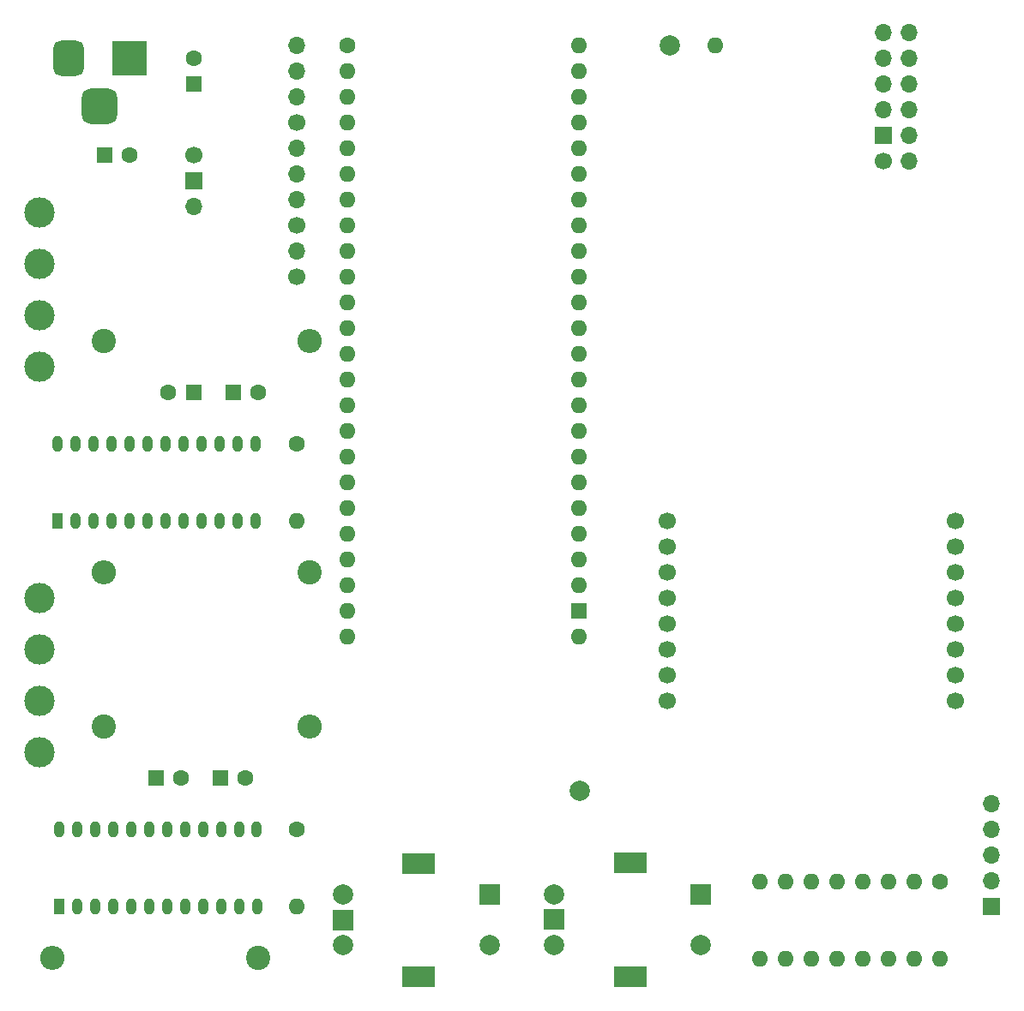
<source format=gts>
%TF.GenerationSoftware,KiCad,Pcbnew,(6.0.9)*%
%TF.CreationDate,2022-12-03T04:14:12+09:00*%
%TF.ProjectId,tangnano9k_motordriver,74616e67-6e61-46e6-9f39-6b5f6d6f746f,rev?*%
%TF.SameCoordinates,Original*%
%TF.FileFunction,Soldermask,Top*%
%TF.FilePolarity,Negative*%
%FSLAX46Y46*%
G04 Gerber Fmt 4.6, Leading zero omitted, Abs format (unit mm)*
G04 Created by KiCad (PCBNEW (6.0.9)) date 2022-12-03 04:14:12*
%MOMM*%
%LPD*%
G01*
G04 APERTURE LIST*
G04 Aperture macros list*
%AMRoundRect*
0 Rectangle with rounded corners*
0 $1 Rounding radius*
0 $2 $3 $4 $5 $6 $7 $8 $9 X,Y pos of 4 corners*
0 Add a 4 corners polygon primitive as box body*
4,1,4,$2,$3,$4,$5,$6,$7,$8,$9,$2,$3,0*
0 Add four circle primitives for the rounded corners*
1,1,$1+$1,$2,$3*
1,1,$1+$1,$4,$5*
1,1,$1+$1,$6,$7*
1,1,$1+$1,$8,$9*
0 Add four rect primitives between the rounded corners*
20,1,$1+$1,$2,$3,$4,$5,0*
20,1,$1+$1,$4,$5,$6,$7,0*
20,1,$1+$1,$6,$7,$8,$9,0*
20,1,$1+$1,$8,$9,$2,$3,0*%
G04 Aperture macros list end*
%ADD10C,2.400000*%
%ADD11O,2.400000X2.400000*%
%ADD12C,1.600000*%
%ADD13O,1.600000X1.600000*%
%ADD14C,2.000000*%
%ADD15R,1.600000X1.600000*%
%ADD16R,2.000000X2.000000*%
%ADD17R,3.200000X2.000000*%
%ADD18R,1.000000X1.600000*%
%ADD19O,1.000000X1.600000*%
%ADD20C,1.700000*%
%ADD21R,1.700000X1.700000*%
%ADD22O,1.700000X1.700000*%
%ADD23R,3.500000X3.500000*%
%ADD24RoundRect,0.750000X-0.750000X-1.000000X0.750000X-1.000000X0.750000X1.000000X-0.750000X1.000000X0*%
%ADD25RoundRect,0.875000X-0.875000X-0.875000X0.875000X-0.875000X0.875000X0.875000X-0.875000X0.875000X0*%
%ADD26C,3.000000*%
G04 APERTURE END LIST*
D10*
%TO.C,R2*%
X91440000Y-102870000D03*
D11*
X71120000Y-102870000D03*
%TD*%
D10*
%TO.C,R3*%
X71120000Y-80010000D03*
D11*
X91440000Y-80010000D03*
%TD*%
D12*
%TO.C,R1*%
X90170000Y-90170000D03*
D13*
X90170000Y-97790000D03*
%TD*%
D14*
%TO.C,TP1*%
X127000000Y-50800000D03*
%TD*%
D12*
%TO.C,C4*%
X86360000Y-85090000D03*
D15*
X83860000Y-85090000D03*
%TD*%
D13*
%TO.C,*%
X131445000Y-50800000D03*
%TD*%
D14*
%TO.C,TP2*%
X118110000Y-124460000D03*
%TD*%
D12*
%TO.C,C1*%
X80010000Y-52070000D03*
D15*
X80010000Y-54570000D03*
%TD*%
D14*
%TO.C,Rotary_SW1*%
X94720000Y-134700000D03*
X94720000Y-139700000D03*
D16*
X94720000Y-137200000D03*
D17*
X102220000Y-142800000D03*
X102220000Y-131600000D03*
D14*
X109220000Y-139700000D03*
D16*
X109220000Y-134700000D03*
%TD*%
D18*
%TO.C,U2*%
X66557702Y-97755000D03*
D19*
X68335702Y-97755000D03*
X70113702Y-97755000D03*
X71891702Y-97755000D03*
X73669702Y-97755000D03*
X75447702Y-97755000D03*
X77225702Y-97755000D03*
X79003702Y-97755000D03*
X80781702Y-97755000D03*
X82559702Y-97755000D03*
X84337702Y-97755000D03*
X86115702Y-97755000D03*
X86065702Y-90155000D03*
X84325702Y-90155000D03*
X82547702Y-90155000D03*
X80769702Y-90155000D03*
X78991702Y-90155000D03*
X77213702Y-90155000D03*
X75435702Y-90155000D03*
X73657702Y-90155000D03*
X71879702Y-90155000D03*
X70101702Y-90155000D03*
X68323702Y-90155000D03*
X66545702Y-90155000D03*
%TD*%
D12*
%TO.C,C6*%
X85090000Y-123190000D03*
D15*
X82590000Y-123190000D03*
%TD*%
D20*
%TO.C,U1*%
X80010000Y-61595000D03*
D21*
X80010000Y-64135000D03*
D22*
X80010000Y-66675000D03*
%TD*%
D10*
%TO.C,R5*%
X86360000Y-140970000D03*
D11*
X66040000Y-140970000D03*
%TD*%
D21*
%TO.C,J7*%
X158750000Y-135890000D03*
D22*
X158750000Y-133350000D03*
X158750000Y-130810000D03*
X158750000Y-128270000D03*
X158750000Y-125730000D03*
%TD*%
D18*
%TO.C,U5*%
X66687000Y-135855000D03*
D19*
X68465000Y-135855000D03*
X70243000Y-135855000D03*
X72021000Y-135855000D03*
X73799000Y-135855000D03*
X75577000Y-135855000D03*
X77355000Y-135855000D03*
X79133000Y-135855000D03*
X80911000Y-135855000D03*
X82689000Y-135855000D03*
X84467000Y-135855000D03*
X86245000Y-135855000D03*
X86195000Y-128255000D03*
X84455000Y-128255000D03*
X82677000Y-128255000D03*
X80899000Y-128255000D03*
X79121000Y-128255000D03*
X77343000Y-128255000D03*
X75565000Y-128255000D03*
X73787000Y-128255000D03*
X72009000Y-128255000D03*
X70231000Y-128255000D03*
X68453000Y-128255000D03*
X66675000Y-128255000D03*
%TD*%
D12*
%TO.C,C5*%
X78740000Y-123190000D03*
D15*
X76240000Y-123190000D03*
%TD*%
D20*
%TO.C,U4*%
X155150000Y-115510000D03*
X155170000Y-112970000D03*
X155170000Y-110430000D03*
X155170000Y-107890000D03*
X155170000Y-105350000D03*
X155170000Y-102810000D03*
X155170000Y-100270000D03*
X155170000Y-97730000D03*
X126690000Y-97790000D03*
X126690000Y-100330000D03*
X126690000Y-102870000D03*
X126690000Y-105410000D03*
X126690000Y-107950000D03*
X126690000Y-110490000D03*
X126690000Y-113030000D03*
X126690000Y-115570000D03*
%TD*%
D23*
%TO.C,J1*%
X73660000Y-52070000D03*
D24*
X67660000Y-52070000D03*
D25*
X70660000Y-56770000D03*
%TD*%
D12*
%TO.C,U3*%
X95187500Y-50800000D03*
D13*
X95187500Y-53340000D03*
X95187500Y-55880000D03*
X95187500Y-58420000D03*
X95187500Y-60960000D03*
X95187500Y-63500000D03*
X95187500Y-66040000D03*
X95187500Y-68580000D03*
X95187500Y-71120000D03*
X95187500Y-73660000D03*
X95187500Y-76200000D03*
X95187500Y-78740000D03*
X95187500Y-81280000D03*
X95187500Y-83820000D03*
X95187500Y-86360000D03*
X95187500Y-88900000D03*
X95187500Y-91440000D03*
X95187500Y-93980000D03*
X95187500Y-96520000D03*
X95187500Y-99060000D03*
X95187500Y-101600000D03*
X95187500Y-104140000D03*
X95187500Y-106680000D03*
X95187500Y-109220000D03*
X118047500Y-109220000D03*
D15*
X118047500Y-106680000D03*
D13*
X118047500Y-104140000D03*
X118047500Y-101600000D03*
X118047500Y-99060000D03*
X118047500Y-96520000D03*
X118047500Y-93980000D03*
X118047500Y-91440000D03*
X118047500Y-88900000D03*
X118047500Y-86360000D03*
X118047500Y-83820000D03*
X118047500Y-81280000D03*
X118047500Y-78740000D03*
X118047500Y-76200000D03*
X118047500Y-73660000D03*
X118047500Y-71120000D03*
X118047500Y-68580000D03*
X118047500Y-66040000D03*
X118047500Y-63500000D03*
X118047500Y-60960000D03*
X118047500Y-58420000D03*
X118047500Y-55880000D03*
X118047500Y-53340000D03*
X118047500Y-50800000D03*
%TD*%
D12*
%TO.C,C2*%
X73660000Y-61595000D03*
D15*
X71160000Y-61595000D03*
%TD*%
D20*
%TO.C,J5*%
X90170000Y-68570000D03*
D22*
X90170000Y-66030000D03*
X90170000Y-63490000D03*
X90170000Y-60950000D03*
%TD*%
D12*
%TO.C,R4*%
X90170000Y-128270000D03*
D13*
X90170000Y-135890000D03*
%TD*%
D20*
%TO.C,J6*%
X90170000Y-73660000D03*
D22*
X90170000Y-71120000D03*
%TD*%
D26*
%TO.C,J3*%
X64770000Y-105410000D03*
X64770000Y-110490000D03*
X64770000Y-115570000D03*
X64770000Y-120650000D03*
%TD*%
D20*
%TO.C,J4*%
X90170000Y-58410000D03*
D22*
X90170000Y-55870000D03*
X90170000Y-53330000D03*
X90170000Y-50790000D03*
%TD*%
D20*
%TO.C,J8*%
X148045000Y-62205000D03*
D22*
X150585000Y-62205000D03*
D21*
X148045000Y-59665000D03*
D22*
X150585000Y-59665000D03*
X148045000Y-57125000D03*
X150585000Y-57125000D03*
X148045000Y-54585000D03*
X150585000Y-54585000D03*
X148045000Y-52045000D03*
X150585000Y-52045000D03*
X148045000Y-49505000D03*
X150585000Y-49505000D03*
%TD*%
D26*
%TO.C,J2*%
X64770000Y-67310000D03*
X64770000Y-72390000D03*
X64770000Y-77470000D03*
X64770000Y-82550000D03*
%TD*%
D12*
%TO.C,C3*%
X77470000Y-85090000D03*
D15*
X79970000Y-85090000D03*
%TD*%
D14*
%TO.C,Rotary_SW2*%
X115570000Y-134660000D03*
X115570000Y-139660000D03*
D16*
X115570000Y-137160000D03*
D17*
X123070000Y-131560000D03*
X123070000Y-142760000D03*
D14*
X130070000Y-139660000D03*
D16*
X130070000Y-134660000D03*
%TD*%
D12*
%TO.C,SW3*%
X153680000Y-133392500D03*
D13*
X151140000Y-133392500D03*
X148600000Y-133392500D03*
X146060000Y-133392500D03*
X143520000Y-133392500D03*
X140980000Y-133392500D03*
X138440000Y-133392500D03*
X135900000Y-133392500D03*
X135900000Y-141012500D03*
X138440000Y-141012500D03*
X140980000Y-141012500D03*
X143520000Y-141012500D03*
X146060000Y-141012500D03*
X148600000Y-141012500D03*
X151140000Y-141012500D03*
X153680000Y-141012500D03*
%TD*%
D10*
%TO.C,R6*%
X71120000Y-118110000D03*
D11*
X91440000Y-118110000D03*
%TD*%
M02*

</source>
